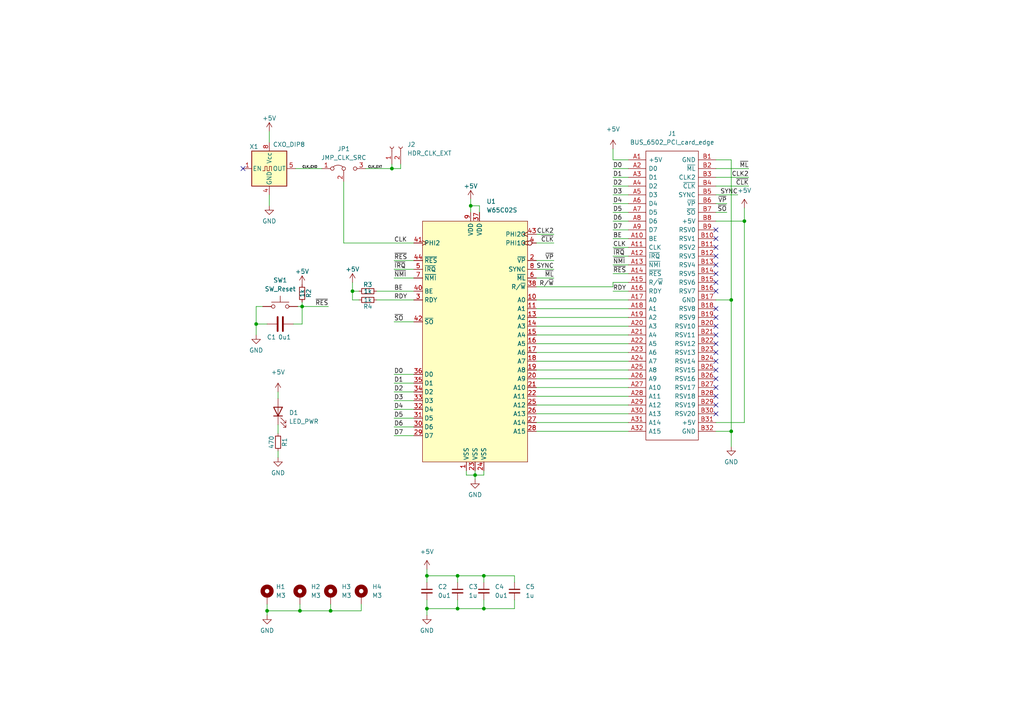
<source format=kicad_sch>
(kicad_sch (version 20211123) (generator eeschema)
  (paper "A4")
  (title_block (title "Eater 6502 - Card") (date "2023-03-01") (rev "0") (company "Microcode.io"))
  (lib_symbols
    (symbol "Connector:Conn_01x02_Female" (pin_names (offset 1.016) hide)
      (property "Reference" "J" (at 0 2.54 0))
      (property "Value" "Conn_01x02_Female" (at 0 -5.08 0))
      (symbol "Conn_01x02_Female_1_1"
        (arc (start 0 -2.032) (mid -0.508 -2.54) (end 0 -3.048) (stroke (width 0.1524)))
        (polyline (pts (xy -1.27 -2.54) (xy -0.508 -2.54)) (stroke (width 0.1524)))
        (polyline (pts (xy -1.27 0) (xy -0.508 0)) (stroke (width 0.1524)))
        (arc (start 0 0.508) (mid -0.508 0) (end 0 -0.508) (stroke (width 0.1524)))
        (pin passive line (at -5.08 0 0) (length 3.81) (name "Pin_1") (number "1"))
        (pin passive line (at -5.08 -2.54 0) (length 3.81) (name "Pin_2") (number "2"))
      )
    )
    (symbol "Device:C" (pin_numbers hide) (pin_names (offset 0.254))
      (property "Reference" "C" (at 0.635 2.54 0))
      (property "Value" "C" (at 0.635 -2.54 0))
      (symbol "C_0_1"
        (polyline (pts (xy -2.032 -0.762) (xy 2.032 -0.762)) (stroke (width 0.508)))
        (polyline (pts (xy -2.032 0.762) (xy 2.032 0.762)) (stroke (width 0.508)))
      )
      (symbol "C_1_1"
        (pin passive line (at 0 3.81 270) (length 2.794) (name "~") (number "1"))
        (pin passive line (at 0 -3.81 90) (length 2.794) (name "~") (number "2"))
      )
    )
    (symbol "Device:C_Small" (pin_numbers hide) (pin_names (offset 0.254) hide)
      (property "Reference" "C" (at 0.254 1.778 0))
      (property "Value" "C_Small" (at 0.254 -2.032 0))
      (symbol "C_Small_0_1"
        (polyline (pts (xy -1.524 -0.508) (xy 1.524 -0.508)) (stroke (width 0.3302)))
        (polyline (pts (xy -1.524 0.508) (xy 1.524 0.508)) (stroke (width 0.3048)))
      )
      (symbol "C_Small_1_1"
        (pin passive line (at 0 2.54 270) (length 2.032) (name "~") (number "1"))
        (pin passive line (at 0 -2.54 90) (length 2.032) (name "~") (number "2"))
      )
    )
    (symbol "Device:LED" (pin_numbers hide) (pin_names (offset 1.016) hide)
      (property "Reference" "D" (at 0 2.54 0))
      (property "Value" "LED" (at 0 -2.54 0))
      (symbol "LED_0_1"
        (polyline (pts (xy -1.27 -1.27) (xy -1.27 1.27)) (stroke (width 0.254)))
        (polyline (pts (xy -1.27 0) (xy 1.27 0)))
        (polyline (pts (xy 1.27 -1.27) (xy 1.27 1.27) (xy -1.27 0) (xy 1.27 -1.27)) (stroke (width 0.254)))
        (polyline (pts (xy -3.048 -0.762) (xy -4.572 -2.286) (xy -3.81 -2.286) (xy -4.572 -2.286) (xy -4.572 -1.524)))
        (polyline (pts (xy -1.778 -0.762) (xy -3.302 -2.286) (xy -2.54 -2.286) (xy -3.302 -2.286) (xy -3.302 -1.524)))
      )
      (symbol "LED_1_1"
        (pin passive line (at -3.81 0 0) (length 2.54) (name "K") (number "1"))
        (pin passive line (at 3.81 0 180) (length 2.54) (name "A") (number "2"))
      )
    )
    (symbol "Device:R_Small" (pin_numbers hide) (pin_names (offset 0.254) hide)
      (property "Reference" "R" (at 0.762 0.508 0))
      (property "Value" "R_Small" (at 0.762 -1.016 0))
      (symbol "R_Small_0_1"
        (rectangle (start -0.762 1.778) (end 0.762 -1.778) (stroke (width 0.2032)))
      )
      (symbol "R_Small_1_1"
        (pin passive line (at 0 2.54 270) (length 0.762) (name "~") (number "1"))
        (pin passive line (at 0 -2.54 90) (length 0.762) (name "~") (number "2"))
      )
    )
    (symbol "Eater6502_Bus:BUS_6502_PCI_card_edge" (pin_names (offset 0.762))
      (property "Reference" "J" (at 21.59 7.62 0))
      (property "Value" "BUS_6502_PCI_card_edge" (at 21.59 5.08 0))
      (symbol "BUS_6502_PCI_card_edge_0_0"
        (pin power_in line (at 0 0 0) (length 5.08) (name "+5V") (number "A1"))
        (pin bidirectional line (at 0 -22.86 0) (length 5.08) (name "BE") (number "A10"))
        (pin bidirectional line (at 0 -25.4 0) (length 5.08) (name "CLK") (number "A11"))
        (pin bidirectional line (at 0 -27.94 0) (length 5.08) (name "~{IRQ}") (number "A12"))
        (pin bidirectional line (at 0 -30.48 0) (length 5.08) (name "~{NMI}") (number "A13"))
        (pin bidirectional line (at 0 -33.02 0) (length 5.08) (name "~{RES}") (number "A14"))
        (pin bidirectional line (at 0 -35.56 0) (length 5.08) (name "R/~{W}") (number "A15"))
        (pin bidirectional line (at 0 -38.1 0) (length 5.08) (name "RDY") (number "A16"))
        (pin bidirectional line (at 0 -40.64 0) (length 5.08) (name "A0") (number "A17"))
        (pin bidirectional line (at 0 -43.18 0) (length 5.08) (name "A1") (number "A18"))
        (pin bidirectional line (at 0 -45.72 0) (length 5.08) (name "A2") (number "A19"))
        (pin bidirectional line (at 0 -2.54 0) (length 5.08) (name "D0") (number "A2"))
        (pin bidirectional line (at 0 -48.26 0) (length 5.08) (name "A3") (number "A20"))
        (pin bidirectional line (at 0 -50.8 0) (length 5.08) (name "A4") (number "A21"))
        (pin bidirectional line (at 0 -53.34 0) (length 5.08) (name "A5") (number "A22"))
        (pin bidirectional line (at 0 -55.88 0) (length 5.08) (name "A6") (number "A23"))
        (pin bidirectional line (at 0 -58.42 0) (length 5.08) (name "A7") (number "A24"))
        (pin bidirectional line (at 0 -60.96 0) (length 5.08) (name "A8") (number "A25"))
        (pin bidirectional line (at 0 -63.5 0) (length 5.08) (name "A9") (number "A26"))
        (pin bidirectional line (at 0 -66.04 0) (length 5.08) (name "A10") (number "A27"))
        (pin bidirectional line (at 0 -68.58 0) (length 5.08) (name "A11") (number "A28"))
        (pin bidirectional line (at 0 -71.12 0) (length 5.08) (name "A12") (number "A29"))
        (pin bidirectional line (at 0 -5.08 0) (length 5.08) (name "D1") (number "A3"))
        (pin bidirectional line (at 0 -73.66 0) (length 5.08) (name "A13") (number "A30"))
        (pin bidirectional line (at 0 -76.2 0) (length 5.08) (name "A14") (number "A31"))
        (pin bidirectional line (at 0 -78.74 0) (length 5.08) (name "A15") (number "A32"))
        (pin bidirectional line (at 0 -7.62 0) (length 5.08) (name "D2") (number "A4"))
        (pin bidirectional line (at 0 -10.16 0) (length 5.08) (name "D3") (number "A5"))
        (pin bidirectional line (at 0 -12.7 0) (length 5.08) (name "D4") (number "A6"))
        (pin bidirectional line (at 0 -15.24 0) (length 5.08) (name "D5") (number "A7"))
        (pin bidirectional line (at 0 -17.78 0) (length 5.08) (name "D6") (number "A8"))
        (pin bidirectional line (at 0 -20.32 0) (length 5.08) (name "D7") (number "A9"))
        (pin power_in line (at 25.4 0 180) (length 5.08) (name "GND") (number "B1"))
        (pin passive line (at 25.4 -22.86 180) (length 5.08) (name "RSV1") (number "B10"))
        (pin passive line (at 25.4 -25.4 180) (length 5.08) (name "RSV2") (number "B11"))
        (pin passive line (at 25.4 -27.94 180) (length 5.08) (name "RSV3") (number "B12"))
        (pin passive line (at 25.4 -30.48 180) (length 5.08) (name "RSV4") (number "B13"))
        (pin passive line (at 25.4 -33.02 180) (length 5.08) (name "RSV5") (number "B14"))
        (pin passive line (at 25.4 -35.56 180) (length 5.08) (name "RSV6") (number "B15"))
        (pin passive line (at 25.4 -38.1 180) (length 5.08) (name "RSV7") (number "B16"))
        (pin power_in line (at 25.4 -40.64 180) (length 5.08) (name "GND") (number "B17"))
        (pin passive line (at 25.4 -43.18 180) (length 5.08) (name "RSV8") (number "B18"))
        (pin passive line (at 25.4 -45.72 180) (length 5.08) (name "RSV9") (number "B19"))
        (pin bidirectional line (at 25.4 -2.54 180) (length 5.08) (name "~{ML}") (number "B2"))
        (pin passive line (at 25.4 -48.26 180) (length 5.08) (name "RSV10") (number "B20"))
        (pin passive line (at 25.4 -50.8 180) (length 5.08) (name "RSV11") (number "B21"))
        (pin passive line (at 25.4 -53.34 180) (length 5.08) (name "RSV12") (number "B22"))
        (pin passive line (at 25.4 -55.88 180) (length 5.08) (name "RSV13") (number "B23"))
        (pin passive line (at 25.4 -58.42 180) (length 5.08) (name "RSV14") (number "B24"))
        (pin passive line (at 25.4 -60.96 180) (length 5.08) (name "RSV15") (number "B25"))
        (pin passive line (at 25.4 -63.5 180) (length 5.08) (name "RSV16") (number "B26"))
        (pin passive line (at 25.4 -66.04 180) (length 5.08) (name "RSV17") (number "B27"))
        (pin passive line (at 25.4 -68.58 180) (length 5.08) (name "RSV18") (number "B28"))
        (pin passive line (at 25.4 -71.12 180) (length 5.08) (name "RSV19") (number "B29"))
        (pin bidirectional line (at 25.4 -5.08 180) (length 5.08) (name "CLK2") (number "B3"))
        (pin passive line (at 25.4 -73.66 180) (length 5.08) (name "RSV20") (number "B30"))
        (pin power_in line (at 25.4 -76.2 180) (length 5.08) (name "+5V") (number "B31"))
        (pin power_in line (at 25.4 -78.74 180) (length 5.08) (name "GND") (number "B32"))
        (pin bidirectional line (at 25.4 -7.62 180) (length 5.08) (name "~{CLK}") (number "B4"))
        (pin bidirectional line (at 25.4 -10.16 180) (length 5.08) (name "SYNC") (number "B5"))
        (pin bidirectional line (at 25.4 -12.7 180) (length 5.08) (name "~{VP}") (number "B6"))
        (pin bidirectional line (at 25.4 -15.24 180) (length 5.08) (name "~{SO}") (number "B7"))
        (pin power_in line (at 25.4 -17.78 180) (length 5.08) (name "+5V") (number "B8"))
        (pin passive line (at 25.4 -20.32 180) (length 5.08) (name "RSV0") (number "B9"))
      )
      (symbol "BUS_6502_PCI_card_edge_0_1"
        (polyline (pts (xy 5.08 2.54) (xy 20.32 2.54) (xy 20.32 -81.28) (xy 5.08 -81.28) (xy 5.08 2.54)) (stroke (width 0.1524)))
      )
    )
    (symbol "Jumper:Jumper_3_Bridged12" (pin_names (offset 0) hide)
      (property "Reference" "JP" (at -2.54 -2.54 0))
      (property "Value" "Jumper_3_Bridged12" (at 0 2.794 0))
      (symbol "Jumper_3_Bridged12_0_0"
        (circle (center -3.302 0) (radius 0.508))
        (circle (center 0 0) (radius 0.508))
        (circle (center 3.302 0) (radius 0.508))
      )
      (symbol "Jumper_3_Bridged12_0_1"
        (arc (start -0.254 0.508) (mid -1.651 0.9912) (end -3.048 0.508))
        (polyline (pts (xy 0 -1.27) (xy 0 -0.508)))
      )
      (symbol "Jumper_3_Bridged12_1_1"
        (pin passive line (at -6.35 0 0) (length 2.54) (name "A") (number "1"))
        (pin passive line (at 0 -3.81 90) (length 2.54) (name "C") (number "2"))
        (pin passive line (at 6.35 0 180) (length 2.54) (name "B") (number "3"))
      )
    )
    (symbol "Mechanical:MountingHole_Pad" (pin_numbers hide) (pin_names (offset 1.016) hide)
      (property "Reference" "H" (at 0 6.35 0))
      (property "Value" "MountingHole_Pad" (at 0 4.445 0))
      (symbol "MountingHole_Pad_0_1"
        (circle (center 0 1.27) (radius 1.27) (stroke (width 1.27)))
      )
      (symbol "MountingHole_Pad_1_1"
        (pin input line (at 0 -2.54 90) (length 2.54) (name "1") (number "1"))
      )
    )
    (symbol "Oscillator:CXO_DIP8" (pin_names (offset 0.254))
      (property "Reference" "X" (at -5.08 6.35 0))
      (property "Value" "CXO_DIP8" (at 1.27 -6.35 0))
      (symbol "CXO_DIP8_0_1"
        (rectangle (start -5.08 5.08) (end 5.08 -5.08) (stroke (width 0.254)) (fill (type background)))
        (polyline (pts (xy -1.905 -0.635) (xy -1.27 -0.635) (xy -1.27 0.635) (xy -0.635 0.635) (xy -0.635 -0.635) (xy 0 -0.635) (xy 0 0.635) (xy 0.635 0.635) (xy 0.635 -0.635)))
      )
      (symbol "CXO_DIP8_1_1"
        (pin input line (at -7.62 0 0) (length 2.54) (name "EN") (number "1"))
        (pin power_in line (at 0 -7.62 90) (length 2.54) (name "GND") (number "4"))
        (pin output line (at 7.62 0 180) (length 2.54) (name "OUT") (number "5"))
        (pin power_in line (at 0 7.62 270) (length 2.54) (name "Vcc") (number "8"))
      )
    )
    (symbol "Switch:SW_Push" (pin_numbers hide) (pin_names (offset 1.016) hide)
      (property "Reference" "SW" (at 1.27 2.54 0))
      (property "Value" "SW_Push" (at 0 -1.524 0))
      (symbol "SW_Push_0_1"
        (circle (center -2.032 0) (radius 0.508))
        (polyline (pts (xy 0 1.27) (xy 0 3.048)))
        (polyline (pts (xy 2.54 1.27) (xy -2.54 1.27)))
        (circle (center 2.032 0) (radius 0.508))
        (pin passive line (at -5.08 0 0) (length 2.54) (name "1") (number "1"))
        (pin passive line (at 5.08 0 180) (length 2.54) (name "2") (number "2"))
      )
    )
    (symbol "WDC65xx:W65C02S"
      (property "Reference" "U" (at -13.97 36.195 0))
      (property "Value" "W65C02S" (at 0 0 0))
      (symbol "W65C02S_0_0"
        (pin power_in line (at -2.54 -36.83 90) (length 2.54) (name "VSS") (number "1"))
        (pin tri_state line (at 17.78 12.7 180) (length 2.54) (name "A0") (number "10"))
        (pin tri_state line (at 17.78 10.16 180) (length 2.54) (name "A1") (number "11"))
        (pin no_connect non_logic (at 17.78 -28.575 180) (length 2.54) hide (name "NC") (number "12"))
        (pin tri_state line (at 17.78 7.62 180) (length 2.54) (name "A2") (number "13"))
        (pin tri_state line (at 17.78 5.08 180) (length 2.54) (name "A3") (number "14"))
        (pin tri_state line (at 17.78 2.54 180) (length 2.54) (name "A4") (number "15"))
        (pin tri_state line (at 17.78 0 180) (length 2.54) (name "A5") (number "16"))
        (pin tri_state line (at 17.78 -2.54 180) (length 2.54) (name "A6") (number "17"))
        (pin tri_state line (at 17.78 -5.08 180) (length 2.54) (name "A7") (number "18"))
        (pin tri_state line (at 17.78 -7.62 180) (length 2.54) (name "A8") (number "19"))
        (pin output line (at 17.78 24.13 180) (length 2.54) (name "~{VP}") (number "2"))
        (pin tri_state line (at 17.78 -10.16 180) (length 2.54) (name "A9") (number "20"))
        (pin tri_state line (at 17.78 -12.7 180) (length 2.54) (name "A10") (number "21"))
        (pin tri_state line (at 17.78 -15.24 180) (length 2.54) (name "A11") (number "22"))
        (pin power_in line (at 0 -36.83 90) (length 2.54) (name "VSS") (number "23"))
        (pin power_in line (at 2.54 -36.83 90) (length 2.54) (name "VSS") (number "24"))
        (pin tri_state line (at 17.78 -17.78 180) (length 2.54) (name "A12") (number "25"))
        (pin tri_state line (at 17.78 -20.32 180) (length 2.54) (name "A13") (number "26"))
        (pin tri_state line (at 17.78 -22.86 180) (length 2.54) (name "A14") (number "27"))
        (pin tri_state line (at 17.78 -25.4 180) (length 2.54) (name "A15") (number "28"))
        (pin bidirectional line (at -17.78 -26.67 0) (length 2.54) (name "D7") (number "29"))
        (pin input line (at -17.78 12.7 0) (length 2.54) (name "RDY") (number "3"))
        (pin bidirectional line (at -17.78 -24.13 0) (length 2.54) (name "D6") (number "30"))
        (pin bidirectional line (at -17.78 -21.59 0) (length 2.54) (name "D5") (number "31"))
        (pin bidirectional line (at -17.78 -19.05 0) (length 2.54) (name "D4") (number "32"))
        (pin bidirectional line (at -17.78 -16.51 0) (length 2.54) (name "D3") (number "33"))
        (pin bidirectional line (at -17.78 -13.97 0) (length 2.54) (name "D2") (number "34"))
        (pin bidirectional line (at -17.78 -11.43 0) (length 2.54) (name "D1") (number "35"))
        (pin bidirectional line (at -17.78 -8.89 0) (length 2.54) (name "D0") (number "36"))
        (pin power_in line (at 1.27 38.1 270) (length 2.54) (name "VDD") (number "37"))
        (pin output line (at 17.78 16.51 180) (length 2.54) (name "R/~{W}") (number "38"))
        (pin no_connect non_logic (at 17.78 -31.115 180) (length 2.54) hide (name "NC") (number "39"))
        (pin output inverted_clock (at 17.78 29.21 180) (length 2.54) (name "PHI1O") (number "4"))
        (pin input line (at -17.78 15.24 0) (length 2.54) (name "BE") (number "40"))
        (pin input clock (at -17.78 29.21 0) (length 2.54) (name "PHI2") (number "41"))
        (pin input line (at -17.78 6.35 0) (length 2.54) (name "~{SO}") (number "42"))
        (pin output clock (at 17.78 31.75 180) (length 2.54) (name "PHI2O") (number "43"))
        (pin input line (at -17.78 24.13 0) (length 2.54) (name "~{RES}") (number "44"))
        (pin input line (at -17.78 21.59 0) (length 2.54) (name "~{IRQ}") (number "5"))
        (pin output line (at 17.78 19.05 180) (length 2.54) (name "~{ML}") (number "6"))
        (pin input line (at -17.78 19.05 0) (length 2.54) (name "~{NMI}") (number "7"))
        (pin output line (at 17.78 21.59 180) (length 2.54) (name "SYNC") (number "8"))
        (pin power_in line (at -1.27 38.1 270) (length 2.54) (name "VDD") (number "9"))
      )
      (symbol "W65C02S_0_1"
        (rectangle (start -15.24 35.56) (end 15.24 -34.29) (fill (type background)))
      )
    )
    (symbol "power:+5V" (power) (pin_names (offset 0))
      (property "Value" "+5V" (at 0 3.556 0))
      (symbol "+5V_0_1"
        (polyline (pts (xy -0.762 1.27) (xy 0 2.54)))
        (polyline (pts (xy 0 0) (xy 0 2.54)))
        (polyline (pts (xy 0 2.54) (xy 0.762 1.27)))
      )
      (symbol "+5V_1_1"
        (pin power_in line (at 0 0 90) (length 0) hide (name "+5V") (number "1"))
      )
    )
    (symbol "power:GND" (power) (pin_names (offset 0))
      (property "Value" "GND" (at 0 -3.81 0))
      (symbol "GND_0_1"
        (polyline (pts (xy 0 0) (xy 0 -1.27) (xy 1.27 -1.27) (xy 0 -2.54) (xy -1.27 -1.27) (xy 0 -1.27)))
      )
      (symbol "GND_1_1"
        (pin power_in line (at 0 0 270) (length 0) hide (name "GND") (number "1"))
      )
    )
  )
  (junction (at 86.995 177.165))
  (junction (at 137.795 137.795))
  (junction (at 123.825 167.005))
  (junction (at 113.665 48.895))
  (junction (at 140.335 167.005))
  (junction (at 140.335 176.53))
  (junction (at 212.09 125.095))
  (junction (at 123.825 176.53))
  (junction (at 87.63 88.9))
  (junction (at 132.715 176.53))
  (junction (at 132.715 167.005))
  (junction (at 77.47 177.165))
  (junction (at 74.295 93.98))
  (junction (at 95.885 177.165))
  (junction (at 215.9 64.135))
  (junction (at 136.525 59.69))
  (junction (at 102.235 84.455))
  (junction (at 212.09 86.995))
  (no_connect (at 207.645 79.375))
  (no_connect (at 207.645 92.075))
  (no_connect (at 207.645 114.935))
  (no_connect (at 207.645 74.295))
  (no_connect (at 207.645 107.315))
  (no_connect (at 207.645 99.695))
  (no_connect (at 207.645 76.835))
  (no_connect (at 207.645 89.535))
  (no_connect (at 207.645 109.855))
  (no_connect (at 207.645 69.215))
  (no_connect (at 207.645 104.775))
  (no_connect (at 207.645 117.475))
  (no_connect (at 207.645 66.675))
  (no_connect (at 70.485 48.895))
  (no_connect (at 207.645 120.015))
  (no_connect (at 207.645 94.615))
  (no_connect (at 207.645 81.915))
  (no_connect (at 207.645 84.455))
  (no_connect (at 207.645 71.755))
  (no_connect (at 207.645 97.155))
  (no_connect (at 207.645 112.395))
  (no_connect (at 207.645 102.235))
  (wire (pts (xy 80.645 130.81) (xy 80.645 132.715)))
  (wire (pts (xy 155.575 112.395) (xy 182.245 112.395)))
  (wire (pts (xy 76.2 88.9) (xy 74.295 88.9)))
  (wire (pts (xy 116.205 48.895) (xy 113.665 48.895)))
  (wire (pts (xy 123.825 165.1) (xy 123.825 167.005)))
  (wire (pts (xy 114.3 113.665) (xy 120.015 113.665)))
  (wire (pts (xy 74.295 93.98) (xy 77.47 93.98)))
  (wire (pts (xy 123.825 176.53) (xy 123.825 178.435)))
  (wire (pts (xy 155.575 120.015) (xy 182.245 120.015)))
  (wire (pts (xy 78.105 38.1) (xy 78.105 41.275)))
  (wire (pts (xy 207.645 48.895) (xy 217.17 48.895)))
  (wire (pts (xy 137.795 137.795) (xy 137.795 139.065)))
  (wire (pts (xy 155.575 99.695) (xy 182.245 99.695)))
  (wire (pts (xy 155.575 67.945) (xy 160.655 67.945)))
  (wire (pts (xy 80.645 123.19) (xy 80.645 125.73)))
  (wire (pts (xy 87.63 87.63) (xy 87.63 88.9)))
  (wire (pts (xy 177.8 51.435) (xy 182.245 51.435)))
  (wire (pts (xy 177.8 56.515) (xy 182.245 56.515)))
  (wire (pts (xy 137.795 137.795) (xy 140.335 137.795)))
  (wire (pts (xy 104.775 175.26) (xy 104.775 177.165)))
  (wire (pts (xy 87.63 93.98) (xy 87.63 88.9)))
  (wire (pts (xy 136.525 57.785) (xy 136.525 59.69)))
  (wire (pts (xy 99.695 70.485) (xy 120.015 70.485)))
  (wire (pts (xy 155.575 89.535) (xy 182.245 89.535)))
  (wire (pts (xy 140.335 173.99) (xy 140.335 176.53)))
  (wire (pts (xy 155.575 80.645) (xy 160.655 80.645)))
  (wire (pts (xy 114.3 93.345) (xy 120.015 93.345)))
  (wire (pts (xy 140.335 136.525) (xy 140.335 137.795)))
  (wire (pts (xy 140.335 167.005) (xy 140.335 168.91)))
  (wire (pts (xy 177.8 53.975) (xy 182.245 53.975)))
  (wire (pts (xy 86.995 177.165) (xy 77.47 177.165)))
  (wire (pts (xy 114.3 111.125) (xy 120.015 111.125)))
  (wire (pts (xy 177.8 76.835) (xy 182.245 76.835)))
  (wire (pts (xy 86.36 88.9) (xy 87.63 88.9)))
  (wire (pts (xy 114.3 123.825) (xy 120.015 123.825)))
  (wire (pts (xy 102.235 86.995) (xy 104.14 86.995)))
  (wire (pts (xy 155.575 102.235) (xy 182.245 102.235)))
  (wire (pts (xy 177.8 84.455) (xy 182.245 84.455)))
  (wire (pts (xy 135.255 136.525) (xy 135.255 137.795)))
  (wire (pts (xy 114.3 118.745) (xy 120.015 118.745)))
  (wire (pts (xy 177.8 83.185) (xy 177.8 81.915)))
  (wire (pts (xy 212.09 125.095) (xy 212.09 129.54)))
  (wire (pts (xy 109.22 84.455) (xy 120.015 84.455)))
  (wire (pts (xy 86.995 175.26) (xy 86.995 177.165)))
  (wire (pts (xy 207.645 125.095) (xy 212.09 125.095)))
  (wire (pts (xy 114.3 116.205) (xy 120.015 116.205)))
  (wire (pts (xy 177.8 59.055) (xy 182.245 59.055)))
  (wire (pts (xy 140.335 167.005) (xy 132.715 167.005)))
  (wire (pts (xy 207.645 51.435) (xy 217.17 51.435)))
  (wire (pts (xy 74.295 88.9) (xy 74.295 93.98)))
  (wire (pts (xy 207.645 64.135) (xy 215.9 64.135)))
  (wire (pts (xy 155.575 83.185) (xy 177.8 83.185)))
  (wire (pts (xy 207.645 122.555) (xy 215.9 122.555)))
  (wire (pts (xy 177.8 81.915) (xy 182.245 81.915)))
  (wire (pts (xy 155.575 107.315) (xy 182.245 107.315)))
  (wire (pts (xy 155.575 86.995) (xy 182.245 86.995)))
  (wire (pts (xy 99.695 52.705) (xy 99.695 70.485)))
  (wire (pts (xy 95.885 177.165) (xy 86.995 177.165)))
  (wire (pts (xy 106.045 48.895) (xy 113.665 48.895)))
  (wire (pts (xy 137.795 136.525) (xy 137.795 137.795)))
  (wire (pts (xy 77.47 177.165) (xy 77.47 178.435)))
  (wire (pts (xy 139.065 61.595) (xy 139.065 59.69)))
  (wire (pts (xy 207.645 59.055) (xy 210.82 59.055)))
  (wire (pts (xy 114.3 75.565) (xy 120.015 75.565)))
  (wire (pts (xy 114.3 80.645) (xy 120.015 80.645)))
  (wire (pts (xy 215.9 64.135) (xy 215.9 122.555)))
  (wire (pts (xy 215.9 60.325) (xy 215.9 64.135)))
  (wire (pts (xy 155.575 104.775) (xy 182.245 104.775)))
  (wire (pts (xy 212.09 46.355) (xy 212.09 86.995)))
  (wire (pts (xy 155.575 114.935) (xy 182.245 114.935)))
  (wire (pts (xy 155.575 122.555) (xy 182.245 122.555)))
  (wire (pts (xy 155.575 125.095) (xy 182.245 125.095)))
  (wire (pts (xy 207.645 61.595) (xy 210.82 61.595)))
  (wire (pts (xy 177.8 64.135) (xy 182.245 64.135)))
  (wire (pts (xy 104.775 177.165) (xy 95.885 177.165)))
  (wire (pts (xy 132.715 173.99) (xy 132.715 176.53)))
  (wire (pts (xy 114.3 108.585) (xy 120.015 108.585)))
  (wire (pts (xy 132.715 176.53) (xy 123.825 176.53)))
  (wire (pts (xy 113.665 48.895) (xy 113.665 47.625)))
  (wire (pts (xy 78.105 59.69) (xy 78.105 56.515)))
  (wire (pts (xy 132.715 167.005) (xy 123.825 167.005)))
  (wire (pts (xy 95.885 175.26) (xy 95.885 177.165)))
  (wire (pts (xy 132.715 167.005) (xy 132.715 168.91)))
  (wire (pts (xy 102.235 81.915) (xy 102.235 84.455)))
  (wire (pts (xy 135.255 137.795) (xy 137.795 137.795)))
  (wire (pts (xy 123.825 167.005) (xy 123.825 168.91)))
  (wire (pts (xy 155.575 75.565) (xy 160.655 75.565)))
  (wire (pts (xy 114.3 121.285) (xy 120.015 121.285)))
  (wire (pts (xy 177.8 61.595) (xy 182.245 61.595)))
  (wire (pts (xy 182.245 46.355) (xy 177.8 46.355)))
  (wire (pts (xy 207.645 56.515) (xy 213.995 56.515)))
  (wire (pts (xy 102.235 84.455) (xy 102.235 86.995)))
  (wire (pts (xy 177.8 74.295) (xy 182.245 74.295)))
  (wire (pts (xy 177.8 79.375) (xy 182.245 79.375)))
  (wire (pts (xy 102.235 84.455) (xy 104.14 84.455)))
  (wire (pts (xy 116.205 47.625) (xy 116.205 48.895)))
  (wire (pts (xy 177.8 48.895) (xy 182.245 48.895)))
  (wire (pts (xy 155.575 78.105) (xy 160.655 78.105)))
  (wire (pts (xy 140.335 176.53) (xy 132.715 176.53)))
  (wire (pts (xy 77.47 175.26) (xy 77.47 177.165)))
  (wire (pts (xy 136.525 59.69) (xy 136.525 61.595)))
  (wire (pts (xy 123.825 173.99) (xy 123.825 176.53)))
  (wire (pts (xy 114.3 78.105) (xy 120.015 78.105)))
  (wire (pts (xy 149.225 168.91) (xy 149.225 167.005)))
  (wire (pts (xy 80.645 113.665) (xy 80.645 115.57)))
  (wire (pts (xy 207.645 46.355) (xy 212.09 46.355)))
  (wire (pts (xy 87.63 88.9) (xy 95.25 88.9)))
  (wire (pts (xy 85.725 48.895) (xy 93.345 48.895)))
  (wire (pts (xy 109.22 86.995) (xy 120.015 86.995)))
  (wire (pts (xy 114.3 126.365) (xy 120.015 126.365)))
  (wire (pts (xy 139.065 59.69) (xy 136.525 59.69)))
  (wire (pts (xy 177.8 66.675) (xy 182.245 66.675)))
  (wire (pts (xy 149.225 173.99) (xy 149.225 176.53)))
  (wire (pts (xy 85.09 93.98) (xy 87.63 93.98)))
  (wire (pts (xy 177.8 71.755) (xy 182.245 71.755)))
  (wire (pts (xy 155.575 117.475) (xy 182.245 117.475)))
  (wire (pts (xy 177.8 43.18) (xy 177.8 46.355)))
  (wire (pts (xy 74.295 93.98) (xy 74.295 97.155)))
  (wire (pts (xy 155.575 94.615) (xy 182.245 94.615)))
  (wire (pts (xy 149.225 176.53) (xy 140.335 176.53)))
  (wire (pts (xy 212.09 86.995) (xy 212.09 125.095)))
  (wire (pts (xy 207.645 53.975) (xy 217.17 53.975)))
  (wire (pts (xy 207.645 86.995) (xy 212.09 86.995)))
  (wire (pts (xy 155.575 92.075) (xy 182.245 92.075)))
  (wire (pts (xy 149.225 167.005) (xy 140.335 167.005)))
  (wire (pts (xy 177.8 69.215) (xy 182.245 69.215)))
  (wire (pts (xy 155.575 70.485) (xy 160.655 70.485)))
  (wire (pts (xy 155.575 109.855) (xy 182.245 109.855)))
  (wire (pts (xy 155.575 97.155) (xy 182.245 97.155)))
  (label "CLK" (at 114.3 70.485 0))
  (label "~{ML}" (at 160.655 80.645 180))
  (label "CLK_EXT" (at 106.68 48.895 0) (effects (font (size 0.65 0.65))))
  (label "D3" (at 177.8 56.515 0))
  (label "D7" (at 177.8 66.675 0))
  (label "CLK2" (at 217.17 51.435 180))
  (label "D0" (at 177.8 48.895 0))
  (label "~{VP}" (at 160.655 75.565 180))
  (label "~{RES}" (at 177.8 79.375 0))
  (label "~{NMI}" (at 177.8 76.835 0))
  (label "~{SO}" (at 114.3 93.345 0))
  (label "~{NMI}" (at 114.3 80.645 0))
  (label "D1" (at 114.3 111.125 0))
  (label "~{ML}" (at 217.17 48.895 180))
  (label "D6" (at 177.8 64.135 0))
  (label "~{SO}" (at 210.82 61.595 180))
  (label "BE" (at 114.3 84.455 0))
  (label "CLK_CXO" (at 87.63 48.895 0) (effects (font (size 0.65 0.65))))
  (label "D4" (at 177.8 59.055 0))
  (label "CLK2" (at 160.655 67.945 180))
  (label "~{RES}" (at 114.3 75.565 0))
  (label "~{CLK}" (at 217.17 53.975 180))
  (label "D0" (at 114.3 108.585 0))
  (label "D7" (at 114.3 126.365 0))
  (label "~{IRQ}" (at 177.8 74.295 0))
  (label "RDY" (at 177.8 84.455 0))
  (label "D4" (at 114.3 118.745 0))
  (label "~{CLK}" (at 160.655 70.485 180))
  (label "BE" (at 177.8 69.215 0))
  (label "R{slash}~{W}" (at 160.655 83.185 180))
  (label "~{VP}" (at 210.82 59.055 180))
  (label "D2" (at 177.8 53.975 0))
  (label "CLK" (at 177.8 71.755 0))
  (label "D6" (at 114.3 123.825 0))
  (label "RDY" (at 114.3 86.995 0))
  (label "D2" (at 114.3 113.665 0))
  (label "D5" (at 177.8 61.595 0))
  (label "D1" (at 177.8 51.435 0))
  (label "SYNC" (at 160.655 78.105 180))
  (label "~{RES}" (at 95.25 88.9 180))
  (label "SYNC" (at 213.995 56.515 180))
  (label "D3" (at 114.3 116.205 0))
  (label "D5" (at 114.3 121.285 0))
  (label "~{IRQ}" (at 114.3 78.105 0))
  (symbol (lib_id "Device:C_Small") (at 132.715 171.45 0) (unit 1)
    (property "Reference" "C3" (at 135.89 170.1862 0) (effects (justify left)))
    (property "Value" "1u" (at 135.89 172.7262 0) (effects (justify left)))
    (property "Footprint" "Capacitor_THT:C_Disc_D3.4mm_W2.1mm_P2.50mm" (effects hide))
  )
  (symbol (lib_id "power:GND") (at 137.795 139.065 0) (unit 1)
    (property "Reference" "#PWR0105" (effects hide))
    (property "Value" "GND" (at 137.795 143.51 0))
  )
  (symbol (lib_id "power:GND") (at 212.09 129.54 0) (unit 1)
    (property "Reference" "#PWR0102" (effects hide))
    (property "Value" "GND" (at 212.09 133.985 0))
  )
  (symbol (lib_id "power:+5V") (at 80.645 113.665 0) (unit 1)
    (property "Reference" "#PWR0115" (effects hide))
    (property "Value" "+5V" (at 80.645 107.95 0))
  )
  (symbol (lib_id "Device:LED") (at 80.645 119.38 90) (unit 1)
    (property "Reference" "D1" (at 83.82 119.6974 90) (effects (justify right)))
    (property "Value" "LED_PWR" (at 83.82 122.2374 90) (effects (justify right)))
    (property "Footprint" "LED_THT:LED_D3.0mm_Horizontal_O1.27mm_Z2.0mm" (effects hide))
  )
  (symbol (lib_id "power:GND") (at 74.295 97.155 0) (unit 1)
    (property "Reference" "#PWR0111" (effects hide))
    (property "Value" "GND" (at 74.295 101.6 0))
  )
  (symbol (lib_id "power:+5V") (at 78.105 38.1 0) (unit 1)
    (property "Reference" "#PWR0110" (effects hide))
    (property "Value" "+5V" (at 78.105 34.29 0))
  )
  (symbol (lib_id "WDC65xx:W65C02S") (at 137.795 99.695 0) (unit 1)
    (property "Reference" "U1" (at 141.0844 58.42 0) (effects (justify left)))
    (property "Value" "W65C02S" (at 141.0844 60.96 0) (effects (justify left)))
    (property "Footprint" "Package_LCC:PLCC-44_THT-Socket" (effects hide))
    (property "Datasheet" "https://www.mouser.com/datasheet/2/436/w65c02s-2572.pdf" (effects hide))
  )
  (symbol (lib_id "Oscillator:CXO_DIP8") (at 78.105 48.895 0) (unit 1)
    (property "Reference" "X1" (at 73.66 42.545 0))
    (property "Value" "CXO_DIP8" (at 83.82 41.91 0))
    (property "Footprint" "Oscillator:Oscillator_DIP-8" (effects hide))
    (property "Datasheet" "http://cdn-reichelt.de/documents/datenblatt/B400/OSZI.pdf" (effects hide))
  )
  (symbol (lib_id "Eater6502_Bus:BUS_6502_PCI_card_edge") (at 182.245 46.355 0) (unit 1)
    (property "Reference" "J1" (at 194.945 38.735 0))
    (property "Value" "BUS_6502_PCI_card_edge" (at 194.945 41.275 0))
    (property "Footprint" "6502_Library:BUS_Eater6502_PCI_x4" (effects hide))
    (property "Datasheet" "https://www.molex.com/pdm_docs/sd/877159100_sd.pdf" (effects hide))
    (property "Description" "PCI Express / PCI Connectors PCI Express EdgeCard 64ckt Ny46 Blk PhBr" (effects hide))
    (property "Height" "11.25" (effects hide))
    (property "Mouser Part Number" "538-87715-9100" (effects hide))
    (property "Mouser Price/Stock" "https://www.mouser.co.uk/ProductDetail/Molex/87715-9100?qs=Yt4guSsLbcr98%252BLJODnyUQ%3D%3D" (effects hide))
    (property "Manufacturer_Name" "Molex" (effects hide))
    (property "Manufacturer_Part_Number" "87715-9100" (effects hide))
  )
  (symbol (lib_id "Device:C_Small") (at 123.825 171.45 0) (unit 1)
    (property "Reference" "C2" (at 127 170.1862 0) (effects (justify left)))
    (property "Value" "0u1" (at 127 172.7262 0) (effects (justify left)))
    (property "Footprint" "Capacitor_THT:C_Disc_D3.4mm_W2.1mm_P2.50mm" (effects hide))
  )
  (symbol (lib_id "power:GND") (at 123.825 178.435 0) (unit 1)
    (property "Reference" "#PWR0107" (effects hide))
    (property "Value" "GND" (at 123.825 182.88 0))
  )
  (symbol (lib_id "power:+5V") (at 87.63 82.55 0) (unit 1)
    (property "Reference" "#PWR0113" (effects hide))
    (property "Value" "+5V" (at 87.63 78.74 0))
  )
  (symbol (lib_id "power:+5V") (at 123.825 165.1 0) (unit 1)
    (property "Reference" "#PWR0106" (effects hide))
    (property "Value" "+5V" (at 123.825 160.02 0))
  )
  (symbol (lib_id "Mechanical:MountingHole_Pad") (at 104.775 172.72 0) (unit 1)
    (property "Reference" "H4" (at 107.95 170.1799 0) (effects (justify left)))
    (property "Value" "M3" (at 107.95 172.7199 0) (effects (justify left)))
    (property "Footprint" "MountingHole:MountingHole_3.2mm_M3_Pad_Via" (effects hide))
  )
  (symbol (lib_id "Jumper:Jumper_3_Bridged12") (at 99.695 48.895 0) (unit 1)
    (property "Reference" "JP1" (at 99.695 43.18 0))
    (property "Value" "JMP_CLK_SRC" (at 99.695 45.72 0))
    (property "Footprint" "Connector_PinHeader_2.54mm:PinHeader_1x03_P2.54mm_Horizontal" (effects hide))
  )
  (symbol (lib_id "Switch:SW_Push") (at 81.28 88.9 0) (unit 1)
    (property "Reference" "SW1" (at 81.28 81.28 0))
    (property "Value" "SW_Reset" (at 81.28 83.82 0))
    (property "Footprint" "Button_Switch_THT:SW_Tactile_SPST_Angled_PTS645Vx39-2LFS" (effects hide))
  )
  (symbol (lib_id "Device:R_Small") (at 80.645 128.27 0) (unit 1)
    (property "Reference" "R1" (at 82.55 128.27 90))
    (property "Value" "470" (at 78.74 128.27 90))
    (property "Footprint" "Resistor_THT:R_Axial_DIN0204_L3.6mm_D1.6mm_P5.08mm_Horizontal" (effects hide))
  )
  (symbol (lib_id "power:+5V") (at 177.8 43.18 0) (unit 1)
    (property "Reference" "#PWR0103" (effects hide))
    (property "Value" "+5V" (at 177.8 37.465 0))
  )
  (symbol (lib_id "Device:R_Small") (at 106.68 86.995 270) (unit 1)
    (property "Reference" "R4" (at 106.68 88.9 90))
    (property "Value" "1k" (at 106.68 86.995 90))
    (property "Footprint" "Resistor_THT:R_Axial_DIN0204_L3.6mm_D1.6mm_P5.08mm_Horizontal" (effects hide))
  )
  (symbol (lib_id "Mechanical:MountingHole_Pad") (at 86.995 172.72 0) (unit 1)
    (property "Reference" "H2" (at 90.17 170.1799 0) (effects (justify left)))
    (property "Value" "M3" (at 90.17 172.7199 0) (effects (justify left)))
    (property "Footprint" "MountingHole:MountingHole_3.2mm_M3_Pad_Via" (effects hide))
  )
  (symbol (lib_id "power:GND") (at 78.105 59.69 0) (unit 1)
    (property "Reference" "#PWR0109" (effects hide))
    (property "Value" "GND" (at 78.105 64.135 0))
  )
  (symbol (lib_id "power:+5V") (at 102.235 81.915 0) (unit 1)
    (property "Reference" "#PWR0112" (effects hide))
    (property "Value" "+5V" (at 102.235 78.105 0))
  )
  (symbol (lib_id "power:GND") (at 77.47 178.435 0) (unit 1)
    (property "Reference" "#PWR0101" (effects hide))
    (property "Value" "GND" (at 77.47 182.88 0))
  )
  (symbol (lib_id "Mechanical:MountingHole_Pad") (at 77.47 172.72 0) (unit 1)
    (property "Reference" "H1" (at 80.01 170.1799 0) (effects (justify left)))
    (property "Value" "M3" (at 80.01 172.7199 0) (effects (justify left)))
    (property "Footprint" "MountingHole:MountingHole_3.2mm_M3_Pad_Via" (effects hide))
  )
  (symbol (lib_id "power:GND") (at 80.645 132.715 0) (unit 1)
    (property "Reference" "#PWR0114" (effects hide))
    (property "Value" "GND" (at 80.645 137.16 0))
  )
  (symbol (lib_id "Device:C") (at 81.28 93.98 90) (unit 1)
    (property "Reference" "C1" (at 78.74 97.79 90))
    (property "Value" "0u1" (at 82.55 97.79 90))
    (property "Footprint" "Capacitor_THT:C_Disc_D3.4mm_W2.1mm_P2.50mm" (effects hide))
  )
  (symbol (lib_id "power:+5V") (at 215.9 60.325 0) (unit 1)
    (property "Reference" "#PWR0104" (effects hide))
    (property "Value" "+5V" (at 215.9 55.245 0))
  )
  (symbol (lib_id "Device:C_Small") (at 140.335 171.45 0) (unit 1)
    (property "Reference" "C4" (at 143.51 170.1862 0) (effects (justify left)))
    (property "Value" "0u1" (at 143.51 172.7262 0) (effects (justify left)))
    (property "Footprint" "Capacitor_THT:C_Disc_D3.4mm_W2.1mm_P2.50mm" (effects hide))
  )
  (symbol (lib_id "Device:R_Small") (at 106.68 84.455 90) (unit 1)
    (property "Reference" "R3" (at 106.68 82.55 90))
    (property "Value" "1k" (at 106.68 84.455 90))
    (property "Footprint" "Resistor_THT:R_Axial_DIN0204_L3.6mm_D1.6mm_P5.08mm_Horizontal" (effects hide))
  )
  (symbol (lib_id "Device:C_Small") (at 149.225 171.45 0) (unit 1)
    (property "Reference" "C5" (at 152.4 170.1862 0) (effects (justify left)))
    (property "Value" "1u" (at 152.4 172.7262 0) (effects (justify left)))
    (property "Footprint" "Capacitor_THT:C_Disc_D3.4mm_W2.1mm_P2.50mm" (effects hide))
  )
  (symbol (lib_id "Connector:Conn_01x02_Female") (at 113.665 42.545 90) (unit 1)
    (property "Reference" "J2" (at 118.11 41.9099 90) (effects (justify right)))
    (property "Value" "HDR_CLK_EXT" (at 118.11 44.4499 90) (effects (justify right)))
    (property "Footprint" "Connector_PinSocket_2.54mm:PinSocket_1x02_P2.54mm_Horizontal" (effects hide))
  )
  (symbol (lib_id "Device:R_Small") (at 87.63 85.09 0) (unit 1)
    (property "Reference" "R2" (at 89.535 85.09 90))
    (property "Value" "1k" (at 87.63 85.09 90))
    (property "Footprint" "Resistor_THT:R_Axial_DIN0204_L3.6mm_D1.6mm_P5.08mm_Horizontal" (effects hide))
  )
  (symbol (lib_id "Mechanical:MountingHole_Pad") (at 95.885 172.72 0) (unit 1)
    (property "Reference" "H3" (at 99.06 170.1799 0) (effects (justify left)))
    (property "Value" "M3" (at 99.06 172.7199 0) (effects (justify left)))
    (property "Footprint" "MountingHole:MountingHole_3.2mm_M3_Pad_Via" (effects hide))
  )
  (symbol (lib_id "power:+5V") (at 136.525 57.785 0) (unit 1)
    (property "Reference" "#PWR0108" (effects hide))
    (property "Value" "+5V" (at 136.525 53.975 0))
  )
)
</source>
